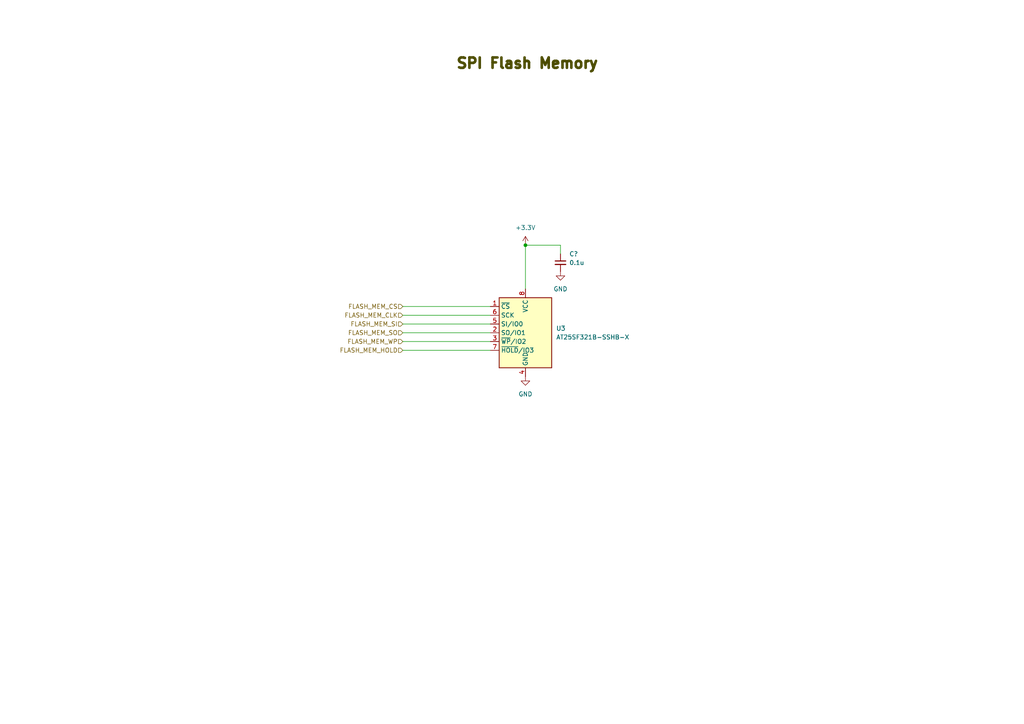
<source format=kicad_sch>
(kicad_sch (version 20230121) (generator eeschema)
  (paper "A4")
  (title_block (title "SPI Flash Memory") (date "2023-06-20") (rev "R2.1"))
  (lib_symbols
    (symbol "Device:C_Small" (pin_numbers hide) (pin_names (offset 0.254) hide)
      (property "Reference" "C" (at 0.254 1.778 0))
      (property "Value" "C_Small" (at 0.254 -2.032 0))
      (symbol "C_Small_0_1"
        (polyline (pts (xy -1.524 -0.508) (xy 1.524 -0.508)) (stroke (width 0.3302)))
        (polyline (pts (xy -1.524 0.508) (xy 1.524 0.508)) (stroke (width 0.3048)))
      )
      (symbol "C_Small_1_1"
        (pin passive line (at 0 2.54 270) (length 2.032) (name "~") (number "1"))
        (pin passive line (at 0 -2.54 90) (length 2.032) (name "~") (number "2"))
      )
    )
    (symbol "My Libraries:AT25SF321B-SSHB-X"
      (property "Reference" "U" (at 0 0 0))
      (property "Value" "AT25SF321B-SSHB-X" (at 0 25.4 0))
      (symbol "AT25SF321B-SSHB-X_0_1"
        (rectangle (start -7.62 10.16) (end 7.62 -10.16) (stroke (width 0.254)) (fill (type background)))
      )
      (symbol "AT25SF321B-SSHB-X_1_1"
        (pin input line (at -10.16 7.62 0) (length 2.54) (name "~{CS}") (number "1"))
        (pin bidirectional line (at -10.16 0 0) (length 2.54) (name "SO/IO1") (number "2"))
        (pin bidirectional line (at -10.16 -2.54 0) (length 2.54) (name "~{WP}/IO2") (number "3"))
        (pin power_in line (at 0 -12.7 90) (length 2.54) (name "GND") (number "4"))
        (pin bidirectional line (at -10.16 2.54 0) (length 2.54) (name "SI/IO0") (number "5"))
        (pin input line (at -10.16 5.08 0) (length 2.54) (name "SCK") (number "6"))
        (pin bidirectional line (at -10.16 -5.08 0) (length 2.54) (name "~{HOLD}/IO3") (number "7"))
        (pin power_in line (at 0 12.7 270) (length 2.54) (name "VCC") (number "8"))
      )
    )
    (symbol "power:+3.3V" (power) (pin_names (offset 0))
      (property "Value" "+3.3V" (at 0 3.556 0))
      (symbol "+3.3V_0_1"
        (polyline (pts (xy -0.762 1.27) (xy 0 2.54)))
        (polyline (pts (xy 0 0) (xy 0 2.54)))
        (polyline (pts (xy 0 2.54) (xy 0.762 1.27)))
      )
      (symbol "+3.3V_1_1"
        (pin power_in line (at 0 0 90) (length 0) hide (name "+3.3V") (number "1"))
      )
    )
    (symbol "power:GND" (power) (pin_names (offset 0))
      (property "Value" "GND" (at 0 -3.81 0))
      (symbol "GND_0_1"
        (polyline (pts (xy 0 0) (xy 0 -1.27) (xy 1.27 -1.27) (xy 0 -2.54) (xy -1.27 -1.27) (xy 0 -1.27)))
      )
      (symbol "GND_1_1"
        (pin power_in line (at 0 0 270) (length 0) hide (name "GND") (number "1"))
      )
    )
  )
  (junction (at 152.4 71.12))
  (wire (pts (xy 116.84 88.9) (xy 142.24 88.9)))
  (wire (pts (xy 116.84 96.52) (xy 142.24 96.52)))
  (wire (pts (xy 152.4 71.12) (xy 162.56 71.12)))
  (wire (pts (xy 116.84 93.98) (xy 142.24 93.98)))
  (wire (pts (xy 116.84 99.06) (xy 142.24 99.06)))
  (wire (pts (xy 162.56 73.66) (xy 162.56 71.12)))
  (wire (pts (xy 116.84 101.6) (xy 142.24 101.6)))
  (wire (pts (xy 116.84 91.44) (xy 142.24 91.44)))
  (wire (pts (xy 152.4 71.12) (xy 152.4 83.82)))
  (text "${TITLE}" (at 132.08 20.32 0) (effects (font (size 3 3) (thickness 0.8) bold) (justify left bottom)))
  (hierarchical_label "FLASH_MEM_HOLD" (shape input) (at 116.84 101.6 180))
  (hierarchical_label "FLASH_MEM_WP" (shape input) (at 116.84 99.06 180))
  (hierarchical_label "FLASH_MEM_SO" (shape input) (at 116.84 96.52 180))
  (hierarchical_label "FLASH_MEM_CLK" (shape input) (at 116.84 91.44 180))
  (hierarchical_label "FLASH_MEM_CS" (shape input) (at 116.84 88.9 180))
  (hierarchical_label "FLASH_MEM_SI" (shape input) (at 116.84 93.98 180))
  (symbol (lib_id "My Libraries:AT25SF321B-SSHB-X") (at 152.4 96.52 0) (unit 1)
    (property "Reference" "U3" (at 161.29 95.25 0) (effects (justify left)))
    (property "Value" "AT25SF321B-SSHB-X" (at 161.29 97.79 0) (effects (justify left)))
    (property "Footprint" "Package_SO:SOIC-8_3.9x4.9mm_P1.27mm" (effects hide))
    (property "Datasheet" "https://www.renesas.com/us/en/document/dst/at25sf321b-datasheet?r=1608806" (effects hide))
    (property "BKID" "f7xf0vm838gbdbs3gtc0rfxm3d" (effects hide))
  )
  (symbol (lib_id "power:+3.3V") (at 152.4 71.12 0) (unit 1)
    (property "Reference" "#PWR?" (effects hide))
    (property "Value" "+3.3V" (at 152.4 66.04 0))
    (instances (project "serial_io_expander" (path "" (reference "#PWR?") (unit 1)) (path "" (reference "#PWR0179") (unit 1))))
  )
  (symbol (lib_id "Device:C_Small") (at 162.56 76.2 0) (unit 1)
    (property "Reference" "C?" (at 165.1 73.66 0) (effects (justify left)))
    (property "Value" "0.1u" (at 165.1 76.2 0) (effects (justify left)))
    (property "Footprint" "Capacitor_SMD:C_0603_1608Metric" (effects hide))
    (property "PartkeeprID" "50" (effects hide))
    (instances (project "serial_io_expander" (path "" (reference "C?") (unit 1)) (path "" (reference "C?") (unit 1)) (path "" (reference "C?") (unit 1)) (path "" (reference "C12") (unit 1))))
  )
  (symbol (lib_id "power:GND") (at 152.4 109.22 0) (unit 1)
    (property "Reference" "#PWR?" (effects hide))
    (property "Value" "GND" (at 152.4 114.3 0))
    (instances (project "serial_io_expander" (path "" (reference "#PWR?") (unit 1)) (path "" (reference "#PWR?") (unit 1)) (path "" (reference "#PWR?") (unit 1)) (path "" (reference "#PWR0181") (unit 1))))
  )
  (symbol (lib_id "power:GND") (at 162.56 78.74 0) (unit 1)
    (property "Reference" "#PWR?" (effects hide))
    (property "Value" "GND" (at 162.56 83.82 0))
    (instances (project "serial_io_expander" (path "" (reference "#PWR?") (unit 1)) (path "" (reference "#PWR?") (unit 1)) (path "" (reference "#PWR?") (unit 1)) (path "" (reference "#PWR0180") (unit 1))))
  )
)
</source>
